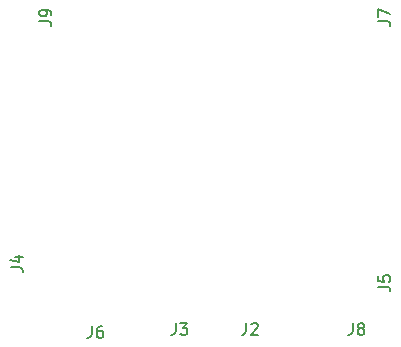
<source format=gbr>
%TF.GenerationSoftware,KiCad,Pcbnew,(5.1.10)-1*%
%TF.CreationDate,2022-01-02T17:40:11+01:00*%
%TF.ProjectId,3DESPWroverS,33444553-5057-4726-9f76-6572532e6b69,rev?*%
%TF.SameCoordinates,Original*%
%TF.FileFunction,Legend,Top*%
%TF.FilePolarity,Positive*%
%FSLAX46Y46*%
G04 Gerber Fmt 4.6, Leading zero omitted, Abs format (unit mm)*
G04 Created by KiCad (PCBNEW (5.1.10)-1) date 2022-01-02 17:40:11*
%MOMM*%
%LPD*%
G01*
G04 APERTURE LIST*
%ADD10C,0.150000*%
G04 APERTURE END LIST*
%TO.C,J2*%
D10*
X123110666Y-71715380D02*
X123110666Y-72429666D01*
X123063047Y-72572523D01*
X122967809Y-72667761D01*
X122824952Y-72715380D01*
X122729714Y-72715380D01*
X123539238Y-71810619D02*
X123586857Y-71763000D01*
X123682095Y-71715380D01*
X123920190Y-71715380D01*
X124015428Y-71763000D01*
X124063047Y-71810619D01*
X124110666Y-71905857D01*
X124110666Y-72001095D01*
X124063047Y-72143952D01*
X123491619Y-72715380D01*
X124110666Y-72715380D01*
%TO.C,J3*%
X117141666Y-71715380D02*
X117141666Y-72429666D01*
X117094047Y-72572523D01*
X116998809Y-72667761D01*
X116855952Y-72715380D01*
X116760714Y-72715380D01*
X117522619Y-71715380D02*
X118141666Y-71715380D01*
X117808333Y-72096333D01*
X117951190Y-72096333D01*
X118046428Y-72143952D01*
X118094047Y-72191571D01*
X118141666Y-72286809D01*
X118141666Y-72524904D01*
X118094047Y-72620142D01*
X118046428Y-72667761D01*
X117951190Y-72715380D01*
X117665476Y-72715380D01*
X117570238Y-72667761D01*
X117522619Y-72620142D01*
%TO.C,J4*%
X103211380Y-67008333D02*
X103925666Y-67008333D01*
X104068523Y-67055952D01*
X104163761Y-67151190D01*
X104211380Y-67294047D01*
X104211380Y-67389285D01*
X103544714Y-66103571D02*
X104211380Y-66103571D01*
X103163761Y-66341666D02*
X103878047Y-66579761D01*
X103878047Y-65960714D01*
%TO.C,J5*%
X134326380Y-68659333D02*
X135040666Y-68659333D01*
X135183523Y-68706952D01*
X135278761Y-68802190D01*
X135326380Y-68945047D01*
X135326380Y-69040285D01*
X134326380Y-67706952D02*
X134326380Y-68183142D01*
X134802571Y-68230761D01*
X134754952Y-68183142D01*
X134707333Y-68087904D01*
X134707333Y-67849809D01*
X134754952Y-67754571D01*
X134802571Y-67706952D01*
X134897809Y-67659333D01*
X135135904Y-67659333D01*
X135231142Y-67706952D01*
X135278761Y-67754571D01*
X135326380Y-67849809D01*
X135326380Y-68087904D01*
X135278761Y-68183142D01*
X135231142Y-68230761D01*
%TO.C,J6*%
X110029666Y-71969380D02*
X110029666Y-72683666D01*
X109982047Y-72826523D01*
X109886809Y-72921761D01*
X109743952Y-72969380D01*
X109648714Y-72969380D01*
X110934428Y-71969380D02*
X110743952Y-71969380D01*
X110648714Y-72017000D01*
X110601095Y-72064619D01*
X110505857Y-72207476D01*
X110458238Y-72397952D01*
X110458238Y-72778904D01*
X110505857Y-72874142D01*
X110553476Y-72921761D01*
X110648714Y-72969380D01*
X110839190Y-72969380D01*
X110934428Y-72921761D01*
X110982047Y-72874142D01*
X111029666Y-72778904D01*
X111029666Y-72540809D01*
X110982047Y-72445571D01*
X110934428Y-72397952D01*
X110839190Y-72350333D01*
X110648714Y-72350333D01*
X110553476Y-72397952D01*
X110505857Y-72445571D01*
X110458238Y-72540809D01*
%TO.C,J7*%
X134326380Y-46180333D02*
X135040666Y-46180333D01*
X135183523Y-46227952D01*
X135278761Y-46323190D01*
X135326380Y-46466047D01*
X135326380Y-46561285D01*
X134326380Y-45799380D02*
X134326380Y-45132714D01*
X135326380Y-45561285D01*
%TO.C,J8*%
X132127666Y-71715380D02*
X132127666Y-72429666D01*
X132080047Y-72572523D01*
X131984809Y-72667761D01*
X131841952Y-72715380D01*
X131746714Y-72715380D01*
X132746714Y-72143952D02*
X132651476Y-72096333D01*
X132603857Y-72048714D01*
X132556238Y-71953476D01*
X132556238Y-71905857D01*
X132603857Y-71810619D01*
X132651476Y-71763000D01*
X132746714Y-71715380D01*
X132937190Y-71715380D01*
X133032428Y-71763000D01*
X133080047Y-71810619D01*
X133127666Y-71905857D01*
X133127666Y-71953476D01*
X133080047Y-72048714D01*
X133032428Y-72096333D01*
X132937190Y-72143952D01*
X132746714Y-72143952D01*
X132651476Y-72191571D01*
X132603857Y-72239190D01*
X132556238Y-72334428D01*
X132556238Y-72524904D01*
X132603857Y-72620142D01*
X132651476Y-72667761D01*
X132746714Y-72715380D01*
X132937190Y-72715380D01*
X133032428Y-72667761D01*
X133080047Y-72620142D01*
X133127666Y-72524904D01*
X133127666Y-72334428D01*
X133080047Y-72239190D01*
X133032428Y-72191571D01*
X132937190Y-72143952D01*
%TO.C,J9*%
X105624380Y-46180333D02*
X106338666Y-46180333D01*
X106481523Y-46227952D01*
X106576761Y-46323190D01*
X106624380Y-46466047D01*
X106624380Y-46561285D01*
X106624380Y-45656523D02*
X106624380Y-45466047D01*
X106576761Y-45370809D01*
X106529142Y-45323190D01*
X106386285Y-45227952D01*
X106195809Y-45180333D01*
X105814857Y-45180333D01*
X105719619Y-45227952D01*
X105672000Y-45275571D01*
X105624380Y-45370809D01*
X105624380Y-45561285D01*
X105672000Y-45656523D01*
X105719619Y-45704142D01*
X105814857Y-45751761D01*
X106052952Y-45751761D01*
X106148190Y-45704142D01*
X106195809Y-45656523D01*
X106243428Y-45561285D01*
X106243428Y-45370809D01*
X106195809Y-45275571D01*
X106148190Y-45227952D01*
X106052952Y-45180333D01*
%TD*%
M02*

</source>
